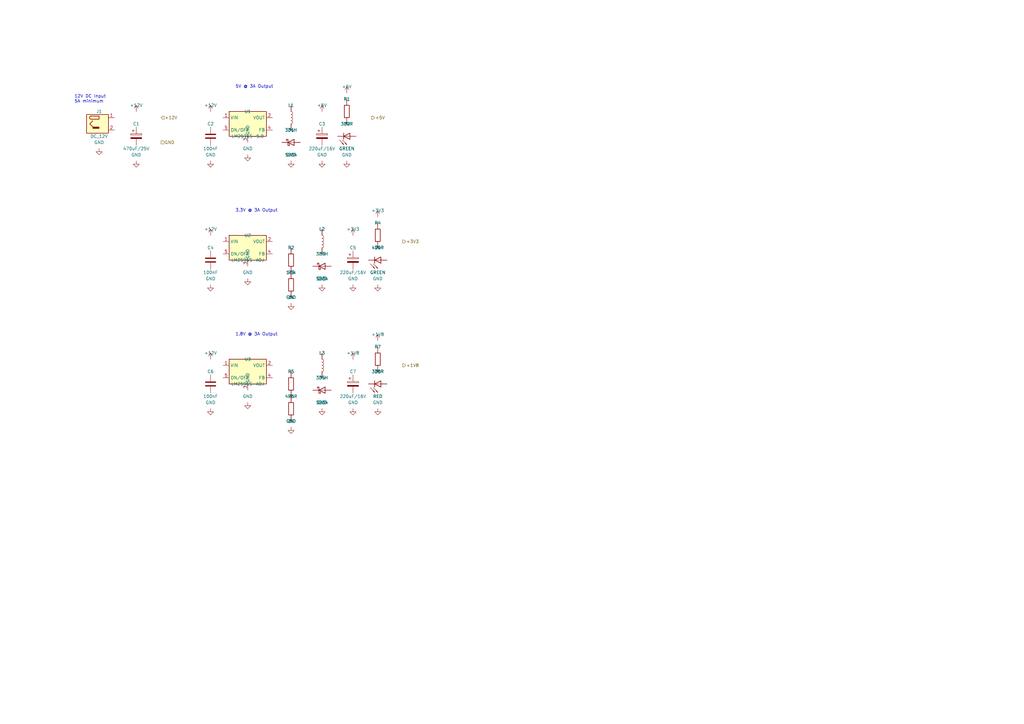
<source format=kicad_sch>
(kicad_sch (version 20250114) (generator "eeschema") (generator_version "9.0")
  (paper "A3")
  (title_block (title "Power Supply - Embedded Symbols") (date "2024-12-11") (rev "3.0") (company "fcBoard Project") (comment 1 "12V Input, 5V/3.3V/1.8V DC-DC Outputs") (comment 2 "All symbols embedded, no external library needed"))
  (lib_symbols
    (symbol "fcBoard_Power:R" (pin_numbers hide) (pin_names (offset 0))
      (property "Reference" "R" (at 2.032 0 90))
      (property "Value" "R" (at 0 0 90))
      (symbol "R_0_1"
        (rectangle (start -1.016 -2.54) (end 1.016 2.54) (stroke (width 0.254)))
      )
      (symbol "R_1_1"
        (pin passive line (at 0 5.08 270) (length 2.54) (name "~") (number "1"))
        (pin passive line (at 0 -5.08 90) (length 2.54) (name "~") (number "2"))
      )
    )
    (symbol "fcBoard_Power:C" (pin_numbers hide) (pin_names (offset 0.254))
      (property "Reference" "C" (at 0.635 2.54 0))
      (property "Value" "C" (at 0.635 -2.54 0))
      (symbol "C_0_1"
        (polyline (pts (xy -2.032 -0.762) (xy 2.032 -0.762)) (stroke (width 0.508)))
        (polyline (pts (xy -2.032 0.762) (xy 2.032 0.762)) (stroke (width 0.508)))
      )
      (symbol "C_1_1"
        (pin passive line (at 0 3.81 270) (length 2.794) (name "~") (number "1"))
        (pin passive line (at 0 -3.81 90) (length 2.794) (name "~") (number "2"))
      )
    )
    (symbol "fcBoard_Power:CP" (pin_numbers hide) (pin_names (offset 0.254))
      (property "Reference" "C" (at 0.635 2.54 0))
      (property "Value" "CP" (at 0.635 -2.54 0))
      (symbol "CP_0_1"
        (rectangle (start -2.286 0.508) (end 2.286 1.016))
        (polyline (pts (xy -1.778 2.286) (xy -0.762 2.286)))
        (polyline (pts (xy -1.27 1.778) (xy -1.27 2.794)))
        (rectangle (start 2.286 -0.508) (end -2.286 -1.016) (fill (type outline)))
      )
      (symbol "CP_1_1"
        (pin passive line (at 0 3.81 270) (length 2.794) (name "~") (number "1"))
        (pin passive line (at 0 -3.81 90) (length 2.794) (name "~") (number "2"))
      )
    )
    (symbol "fcBoard_Power:L" (pin_numbers hide) (pin_names (offset 1.016))
      (property "Reference" "L" (at -1.27 0 90))
      (property "Value" "L" (at 1.905 0 90))
      (symbol "L_0_1"
        (arc (start 0 -2.54) (mid 0.6323 -1.905) (end 0 -1.27))
        (arc (start 0 -1.27) (mid 0.6323 -0.635) (end 0 0))
        (arc (start 0 0) (mid 0.6323 0.635) (end 0 1.27))
        (arc (start 0 1.27) (mid 0.6323 1.905) (end 0 2.54))
      )
      (symbol "L_1_1"
        (pin passive line (at 0 5.08 270) (length 2.54) (name "~") (number "1"))
        (pin passive line (at 0 -5.08 90) (length 2.54) (name "~") (number "2"))
      )
    )
    (symbol "fcBoard_Power:D_Schottky" (pin_numbers hide) (pin_names (offset 1.016) hide)
      (property "Reference" "D" (at 0 2.54 0))
      (property "Value" "D_Schottky" (at 0 -2.54 0))
      (symbol "D_Schottky_0_1"
        (polyline (pts (xy 1.27 0) (xy -1.27 0)))
        (polyline (pts (xy 1.27 1.27) (xy 1.27 -1.27) (xy -1.27 0) (xy 1.27 1.27)) (stroke (width 0.254)))
        (polyline (pts (xy -1.905 0.635) (xy -1.905 1.27) (xy -1.27 1.27) (xy -1.27 -1.27) (xy -0.635 -1.27) (xy -0.635 -0.635)) (stroke (width 0.254)))
      )
      (symbol "D_Schottky_1_1"
        (pin passive line (at -3.81 0 0) (length 2.54) (name "K") (number "1"))
        (pin passive line (at 3.81 0 180) (length 2.54) (name "A") (number "2"))
      )
    )
    (symbol "fcBoard_Power:LED" (pin_numbers hide) (pin_names (offset 1.016) hide)
      (property "Reference" "D" (at 0 2.54 0))
      (property "Value" "LED" (at 0 -2.54 0))
      (symbol "LED_0_1"
        (polyline (pts (xy -1.27 -1.27) (xy -1.27 1.27)) (stroke (width 0.254)))
        (polyline (pts (xy -1.27 0) (xy 1.27 0)))
        (polyline (pts (xy 1.27 -1.27) (xy 1.27 1.27) (xy -1.27 0) (xy 1.27 -1.27)) (stroke (width 0.254)))
        (polyline (pts (xy -3.048 -1.524) (xy -1.27 -3.302)))
        (polyline (pts (xy -1.778 -1.524) (xy 0 -3.302)))
        (polyline (pts (xy -2.032 -2.794) (xy -1.27 -3.556) (xy -1.778 -2.794)))
        (polyline (pts (xy -0.762 -2.794) (xy 0 -3.556) (xy -0.508 -2.794)))
      )
      (symbol "LED_1_1"
        (pin passive line (at -3.81 0 0) (length 2.54) (name "K") (number "1"))
        (pin passive line (at 3.81 0 180) (length 2.54) (name "A") (number "2"))
      )
    )
    (symbol "fcBoard_Power:Barrel_Jack" (pin_names (offset 1.016))
      (property "Reference" "J" (at 0 5.08 0))
      (property "Value" "Barrel_Jack" (at 0 -5.08 0))
      (symbol "Barrel_Jack_0_1"
        (rectangle (start -5.08 3.81) (end 3.81 -3.81) (stroke (width 0.254)) (fill (type background)))
        (arc (start -3.302 3.175) (mid -3.9288 2.54) (end -3.302 1.905) (stroke (width 0.254)))
        (polyline (pts (xy -3.302 3.175) (xy 0 3.175)) (stroke (width 0.254)))
        (polyline (pts (xy 0 3.175) (xy 0 1.905) (xy -3.302 1.905)) (stroke (width 0.254)))
        (rectangle (start 0 -1.27) (end -2.54 -1.905) (fill (type outline)))
        (polyline (pts (xy -2.54 -1.27) (xy -3.81 0) (xy -2.54 1.27)) (stroke (width 0.254)))
      )
      (symbol "Barrel_Jack_1_1"
        (pin passive line (at 6.35 2.54 180) (length 2.54) (name "~") (number "1"))
        (pin passive line (at 6.35 -2.54 180) (length 2.54) (name "~") (number "2"))
      )
    )
    (symbol "fcBoard_Power:LM2596S-5"
      (property "Reference" "U" (at 0 8.89 0))
      (property "Value" "LM2596S-5" (at 0 6.35 0))
      (symbol "LM2596S-5_0_1"
        (rectangle (start -7.62 5.08) (end 7.62 -5.08) (stroke (width 0.254)) (fill (type background)))
      )
      (symbol "LM2596S-5_1_1"
        (pin power_in line (at -10.16 2.54 0) (length 2.54) (name "VIN") (number "1"))
        (pin power_out line (at 10.16 2.54 180) (length 2.54) (name "VOUT") (number "2"))
        (pin power_in line (at 0 -7.62 90) (length 2.54) (name "GND") (number "3"))
        (pin input line (at 10.16 -2.54 180) (length 2.54) (name "FB") (number "4"))
        (pin input line (at -10.16 -2.54 0) (length 2.54) (name "ON/OFF") (number "5"))
      )
    )
    (symbol "fcBoard_Power:LM2596S-ADJ"
      (property "Reference" "U" (at 0 8.89 0))
      (property "Value" "LM2596S-ADJ" (at 0 6.35 0))
      (symbol "LM2596S-ADJ_0_1"
        (rectangle (start -7.62 5.08) (end 7.62 -5.08) (stroke (width 0.254)) (fill (type background)))
      )
      (symbol "LM2596S-ADJ_1_1"
        (pin power_in line (at -10.16 2.54 0) (length 2.54) (name "VIN") (number "1"))
        (pin power_out line (at 10.16 2.54 180) (length 2.54) (name "VOUT") (number "2"))
        (pin power_in line (at 0 -7.62 90) (length 2.54) (name "GND") (number "3"))
        (pin input line (at 10.16 -2.54 180) (length 2.54) (name "FB") (number "4"))
        (pin input line (at -10.16 -2.54 0) (length 2.54) (name "ON/OFF") (number "5"))
      )
    )
    (symbol "fcBoard_Power:GND" (power) (pin_numbers hide) (pin_names (offset 0) hide)
      (property "Value" "GND" (at 0 -2.54 0))
      (symbol "GND_0_1"
        (polyline (pts (xy 0 0) (xy 0 -1.27) (xy 1.27 -1.27) (xy 0 -2.54) (xy -1.27 -1.27) (xy 0 -1.27)))
      )
      (symbol "GND_1_1"
        (pin power_in line (at 0 0 270) (length 0) (name "~") (number "1"))
      )
    )
    (symbol "fcBoard_Power:+12V" (power) (pin_numbers hide) (pin_names (offset 0) hide)
      (property "Value" "+12V" (at 0 3.81 0))
      (symbol "+12V_0_1"
        (polyline (pts (xy -0.762 1.27) (xy 0 2.54)))
        (polyline (pts (xy 0 0) (xy 0 2.54)))
        (polyline (pts (xy 0 2.54) (xy 0.762 1.27)))
      )
      (symbol "+12V_1_1"
        (pin power_in line (at 0 0 90) (length 0) (name "~") (number "1"))
      )
    )
    (symbol "fcBoard_Power:+5V" (power) (pin_numbers hide) (pin_names (offset 0) hide)
      (property "Value" "+5V" (at 0 3.81 0))
      (symbol "+5V_0_1"
        (polyline (pts (xy -0.762 1.27) (xy 0 2.54)))
        (polyline (pts (xy 0 0) (xy 0 2.54)))
        (polyline (pts (xy 0 2.54) (xy 0.762 1.27)))
      )
      (symbol "+5V_1_1"
        (pin power_in line (at 0 0 90) (length 0) (name "~") (number "1"))
      )
    )
    (symbol "fcBoard_Power:+3V3" (power) (pin_numbers hide) (pin_names (offset 0) hide)
      (property "Value" "+3V3" (at 0 3.81 0))
      (symbol "+3V3_0_1"
        (polyline (pts (xy -0.762 1.27) (xy 0 2.54)))
        (polyline (pts (xy 0 0) (xy 0 2.54)))
        (polyline (pts (xy 0 2.54) (xy 0.762 1.27)))
      )
      (symbol "+3V3_1_1"
        (pin power_in line (at 0 0 90) (length 0) (name "~") (number "1"))
      )
    )
    (symbol "fcBoard_Power:+1V8" (power) (pin_numbers hide) (pin_names (offset 0) hide)
      (property "Value" "+1V8" (at 0 3.81 0))
      (symbol "+1V8_0_1"
        (polyline (pts (xy -0.762 1.27) (xy 0 2.54)))
        (polyline (pts (xy 0 0) (xy 0 2.54)))
        (polyline (pts (xy 0 2.54) (xy 0.762 1.27)))
      )
      (symbol "+1V8_1_1"
        (pin power_in line (at 0 0 90) (length 0) (name "~") (number "1"))
      )
    )
  )
  (symbol (lib_id "fcBoard_Power:Barrel_Jack") (at 40.64 50.8 0) (unit 1)
    (property "Reference" "J1" (at 40.64 45.72 0))
    (property "Value" "DC_12V" (at 40.64 55.879999999999995 0))
    (property "Footprint" "Connector_BarrelJack:BarrelJack_Horizontal" (effects hide))
  )
  (symbol (lib_id "fcBoard_Power:CP") (at 55.88 55.88 0) (unit 1)
    (property "Reference" "C1" (at 55.88 50.800000000000004 0))
    (property "Value" "470uF/25V" (at 55.88 60.96 0))
    (property "Footprint" "jlc_components:CAP-SMD_BD10.0-L10.0-W10.0-LS11.2-FD" (effects hide))
    (property "LCSC Part" "C72505" (effects hide))
  )
  (symbol (lib_id "fcBoard_Power:+12V") (at 55.88 45.72 0) (unit 1) (in_bom no)
    (property "Reference" "#PWR" (effects hide))
    (property "Value" "+12V" (at 55.88 43.18 0))
  )
  (symbol (lib_id "fcBoard_Power:GND") (at 40.64 60.96 0) (unit 1) (in_bom no)
    (property "Reference" "#PWR" (effects hide))
    (property "Value" "GND" (at 40.64 58.42 0))
  )
  (symbol (lib_id "fcBoard_Power:GND") (at 55.88 66.04 0) (unit 1) (in_bom no)
    (property "Reference" "#PWR" (effects hide))
    (property "Value" "GND" (at 55.88 63.50000000000001 0))
  )
  (symbol (lib_id "fcBoard_Power:LM2596S-5") (at 101.6 50.8 0) (unit 1)
    (property "Reference" "U1" (at 101.6 45.72 0))
    (property "Value" "LM2596S-5.0" (at 101.6 55.879999999999995 0))
    (property "Footprint" "jlc_components:TO-263-5_L10.2-W8.9-P1.70-TL" (effects hide))
    (property "LCSC Part" "C347421" (effects hide))
  )
  (symbol (lib_id "fcBoard_Power:C") (at 86.36 55.88 0) (unit 1)
    (property "Reference" "C2" (at 86.36 50.800000000000004 0))
    (property "Value" "100nF" (at 86.36 60.96 0))
    (property "Footprint" "jlc_components:C0402" (effects hide))
    (property "LCSC Part" "C11702" (effects hide))
  )
  (symbol (lib_id "fcBoard_Power:L") (at 119.38 48.26 0) (unit 1)
    (property "Reference" "L1" (at 119.38 43.18 0))
    (property "Value" "33uH" (at 119.38 53.339999999999996 0))
    (property "Footprint" "jlc_components:IND-SMD_L7.3-W7.3" (effects hide))
    (property "LCSC Part" "C90748" (effects hide))
  )
  (symbol (lib_id "fcBoard_Power:D_Schottky") (at 119.38 58.42 0) (unit 1)
    (property "Reference" "D1" (at 119.38 53.34 0))
    (property "Value" "SS34" (at 119.38 63.5 0))
    (property "Footprint" "jlc_components:SMA_L4.3-W2.6-LS5.2-RD" (effects hide))
    (property "LCSC Part" "C35722" (effects hide))
  )
  (symbol (lib_id "fcBoard_Power:CP") (at 132.08 55.88 0) (unit 1)
    (property "Reference" "C3" (at 132.08 50.800000000000004 0))
    (property "Value" "220uF/16V" (at 132.08 60.96 0))
    (property "Footprint" "jlc_components:CAP-SMD_BD8.0-L8.3-W8.3-LS9.0-FD" (effects hide))
    (property "LCSC Part" "C72499" (effects hide))
  )
  (symbol (lib_id "fcBoard_Power:LED") (at 142.24 55.88 0) (unit 1)
    (property "Reference" "D2" (at 142.24 50.800000000000004 0))
    (property "Value" "GREEN" (at 142.24 60.96 0))
    (property "Footprint" "jlc_components:LED0603-RD" (effects hide))
    (property "LCSC Part" "C2286" (effects hide))
  )
  (symbol (lib_id "fcBoard_Power:R") (at 142.24 45.72 0) (unit 1)
    (property "Reference" "R1" (at 142.24 40.64 0))
    (property "Value" "330R" (at 142.24 50.8 0))
    (property "Footprint" "jlc_components:R0402" (effects hide))
    (property "LCSC Part" "C72038" (effects hide))
  )
  (symbol (lib_id "fcBoard_Power:+12V") (at 86.36 45.72 0) (unit 1) (in_bom no)
    (property "Reference" "#PWR" (effects hide))
    (property "Value" "+12V" (at 86.36 43.18 0))
  )
  (symbol (lib_id "fcBoard_Power:+5V") (at 132.08 45.72 0) (unit 1) (in_bom no)
    (property "Reference" "#PWR" (effects hide))
    (property "Value" "+5V" (at 132.08 43.18 0))
  )
  (symbol (lib_id "fcBoard_Power:+5V") (at 142.24 38.1 0) (unit 1) (in_bom no)
    (property "Reference" "#PWR" (effects hide))
    (property "Value" "+5V" (at 142.24 35.56 0))
  )
  (symbol (lib_id "fcBoard_Power:GND") (at 86.36 66.04 0) (unit 1) (in_bom no)
    (property "Reference" "#PWR" (effects hide))
    (property "Value" "GND" (at 86.36 63.50000000000001 0))
  )
  (symbol (lib_id "fcBoard_Power:GND") (at 101.6 63.5 0) (unit 1) (in_bom no)
    (property "Reference" "#PWR" (effects hide))
    (property "Value" "GND" (at 101.6 60.96 0))
  )
  (symbol (lib_id "fcBoard_Power:GND") (at 119.38 66.04 0) (unit 1) (in_bom no)
    (property "Reference" "#PWR" (effects hide))
    (property "Value" "GND" (at 119.38 63.50000000000001 0))
  )
  (symbol (lib_id "fcBoard_Power:GND") (at 132.08 66.04 0) (unit 1) (in_bom no)
    (property "Reference" "#PWR" (effects hide))
    (property "Value" "GND" (at 132.08 63.50000000000001 0))
  )
  (symbol (lib_id "fcBoard_Power:GND") (at 142.24 66.04 0) (unit 1) (in_bom no)
    (property "Reference" "#PWR" (effects hide))
    (property "Value" "GND" (at 142.24 63.50000000000001 0))
  )
  (symbol (lib_id "fcBoard_Power:LM2596S-ADJ") (at 101.6 101.6 0) (unit 1)
    (property "Reference" "U2" (at 101.6 96.52 0))
    (property "Value" "LM2596S-ADJ" (at 101.6 106.67999999999999 0))
    (property "Footprint" "jlc_components:TO-263-5_L10.2-W8.9-P1.70-TL" (effects hide))
    (property "LCSC Part" "C29781" (effects hide))
  )
  (symbol (lib_id "fcBoard_Power:C") (at 86.36 106.68 0) (unit 1)
    (property "Reference" "C4" (at 86.36 101.60000000000001 0))
    (property "Value" "100nF" (at 86.36 111.76 0))
    (property "Footprint" "jlc_components:C0402" (effects hide))
    (property "LCSC Part" "C11702" (effects hide))
  )
  (symbol (lib_id "fcBoard_Power:R") (at 119.38 106.68 0) (unit 1)
    (property "Reference" "R2" (at 119.38 101.60000000000001 0))
    (property "Value" "1.5k" (at 119.38 111.76 0))
    (property "Footprint" "jlc_components:R0402" (effects hide))
    (property "LCSC Part" "C25077" (effects hide))
  )
  (symbol (lib_id "fcBoard_Power:R") (at 119.38 116.84 0) (unit 1)
    (property "Reference" "R3" (at 119.38 111.76 0))
    (property "Value" "1k" (at 119.38 121.92 0))
    (property "Footprint" "jlc_components:R0402" (effects hide))
    (property "LCSC Part" "C25905" (effects hide))
  )
  (symbol (lib_id "fcBoard_Power:L") (at 132.08 99.06 0) (unit 1)
    (property "Reference" "L2" (at 132.08 93.98 0))
    (property "Value" "33uH" (at 132.08 104.14 0))
    (property "Footprint" "jlc_components:IND-SMD_L7.3-W7.3" (effects hide))
    (property "LCSC Part" "C90748" (effects hide))
  )
  (symbol (lib_id "fcBoard_Power:D_Schottky") (at 132.08 109.22 0) (unit 1)
    (property "Reference" "D3" (at 132.08 104.14 0))
    (property "Value" "SS34" (at 132.08 114.3 0))
    (property "Footprint" "jlc_components:SMA_L4.3-W2.6-LS5.2-RD" (effects hide))
    (property "LCSC Part" "C35722" (effects hide))
  )
  (symbol (lib_id "fcBoard_Power:CP") (at 144.78 106.68 0) (unit 1)
    (property "Reference" "C5" (at 144.78 101.60000000000001 0))
    (property "Value" "220uF/16V" (at 144.78 111.76 0))
    (property "Footprint" "jlc_components:CAP-SMD_BD8.0-L8.3-W8.3-LS9.0-FD" (effects hide))
    (property "LCSC Part" "C72499" (effects hide))
  )
  (symbol (lib_id "fcBoard_Power:LED") (at 154.94 106.68 0) (unit 1)
    (property "Reference" "D4" (at 154.94 101.60000000000001 0))
    (property "Value" "GREEN" (at 154.94 111.76 0))
    (property "Footprint" "jlc_components:LED0603-RD" (effects hide))
    (property "LCSC Part" "C2286" (effects hide))
  )
  (symbol (lib_id "fcBoard_Power:R") (at 154.94 96.52 0) (unit 1)
    (property "Reference" "R4" (at 154.94 91.44 0))
    (property "Value" "470R" (at 154.94 101.6 0))
    (property "Footprint" "jlc_components:R0402" (effects hide))
    (property "LCSC Part" "C25087" (effects hide))
  )
  (symbol (lib_id "fcBoard_Power:+12V") (at 86.36 96.52 0) (unit 1) (in_bom no)
    (property "Reference" "#PWR" (effects hide))
    (property "Value" "+12V" (at 86.36 93.97999999999999 0))
  )
  (symbol (lib_id "fcBoard_Power:+3V3") (at 144.78 96.52 0) (unit 1) (in_bom no)
    (property "Reference" "#PWR" (effects hide))
    (property "Value" "+3V3" (at 144.78 93.97999999999999 0))
  )
  (symbol (lib_id "fcBoard_Power:+3V3") (at 154.94 88.9 0) (unit 1) (in_bom no)
    (property "Reference" "#PWR" (effects hide))
    (property "Value" "+3V3" (at 154.94 86.36 0))
  )
  (symbol (lib_id "fcBoard_Power:GND") (at 86.36 116.84 0) (unit 1) (in_bom no)
    (property "Reference" "#PWR" (effects hide))
    (property "Value" "GND" (at 86.36 114.3 0))
  )
  (symbol (lib_id "fcBoard_Power:GND") (at 101.6 114.3 0) (unit 1) (in_bom no)
    (property "Reference" "#PWR" (effects hide))
    (property "Value" "GND" (at 101.6 111.75999999999999 0))
  )
  (symbol (lib_id "fcBoard_Power:GND") (at 119.38 124.46 0) (unit 1) (in_bom no)
    (property "Reference" "#PWR" (effects hide))
    (property "Value" "GND" (at 119.38 121.91999999999999 0))
  )
  (symbol (lib_id "fcBoard_Power:GND") (at 132.08 116.84 0) (unit 1) (in_bom no)
    (property "Reference" "#PWR" (effects hide))
    (property "Value" "GND" (at 132.08 114.3 0))
  )
  (symbol (lib_id "fcBoard_Power:GND") (at 144.78 116.84 0) (unit 1) (in_bom no)
    (property "Reference" "#PWR" (effects hide))
    (property "Value" "GND" (at 144.78 114.3 0))
  )
  (symbol (lib_id "fcBoard_Power:GND") (at 154.94 116.84 0) (unit 1) (in_bom no)
    (property "Reference" "#PWR" (effects hide))
    (property "Value" "GND" (at 154.94 114.3 0))
  )
  (symbol (lib_id "fcBoard_Power:LM2596S-ADJ") (at 101.6 152.4 0) (unit 1)
    (property "Reference" "U3" (at 101.6 147.32 0))
    (property "Value" "LM2596S-ADJ" (at 101.6 157.48000000000002 0))
    (property "Footprint" "jlc_components:TO-263-5_L10.2-W8.9-P1.70-TL" (effects hide))
    (property "LCSC Part" "C29781" (effects hide))
  )
  (symbol (lib_id "fcBoard_Power:C") (at 86.36 157.48 0) (unit 1)
    (property "Reference" "C6" (at 86.36 152.39999999999998 0))
    (property "Value" "100nF" (at 86.36 162.56 0))
    (property "Footprint" "jlc_components:C0402" (effects hide))
    (property "LCSC Part" "C11702" (effects hide))
  )
  (symbol (lib_id "fcBoard_Power:R") (at 119.38 157.48 0) (unit 1)
    (property "Reference" "R5" (at 119.38 152.39999999999998 0))
    (property "Value" "470R" (at 119.38 162.56 0))
    (property "Footprint" "jlc_components:R0402" (effects hide))
    (property "LCSC Part" "C25087" (effects hide))
  )
  (symbol (lib_id "fcBoard_Power:R") (at 119.38 167.64 0) (unit 1)
    (property "Reference" "R6" (at 119.38 162.55999999999997 0))
    (property "Value" "1k" (at 119.38 172.72 0))
    (property "Footprint" "jlc_components:R0402" (effects hide))
    (property "LCSC Part" "C25905" (effects hide))
  )
  (symbol (lib_id "fcBoard_Power:L") (at 132.08 149.86 0) (unit 1)
    (property "Reference" "L3" (at 132.08 144.78 0))
    (property "Value" "33uH" (at 132.08 154.94000000000003 0))
    (property "Footprint" "jlc_components:IND-SMD_L7.3-W7.3" (effects hide))
    (property "LCSC Part" "C90748" (effects hide))
  )
  (symbol (lib_id "fcBoard_Power:D_Schottky") (at 132.08 160.02 0) (unit 1)
    (property "Reference" "D5" (at 132.08 154.94 0))
    (property "Value" "SS34" (at 132.08 165.10000000000002 0))
    (property "Footprint" "jlc_components:SMA_L4.3-W2.6-LS5.2-RD" (effects hide))
    (property "LCSC Part" "C35722" (effects hide))
  )
  (symbol (lib_id "fcBoard_Power:CP") (at 144.78 157.48 0) (unit 1)
    (property "Reference" "C7" (at 144.78 152.39999999999998 0))
    (property "Value" "220uF/16V" (at 144.78 162.56 0))
    (property "Footprint" "jlc_components:CAP-SMD_BD8.0-L8.3-W8.3-LS9.0-FD" (effects hide))
    (property "LCSC Part" "C72499" (effects hide))
  )
  (symbol (lib_id "fcBoard_Power:LED") (at 154.94 157.48 0) (unit 1)
    (property "Reference" "D6" (at 154.94 152.39999999999998 0))
    (property "Value" "RED" (at 154.94 162.56 0))
    (property "Footprint" "jlc_components:LED0603-RD" (effects hide))
    (property "LCSC Part" "C2290" (effects hide))
  )
  (symbol (lib_id "fcBoard_Power:R") (at 154.94 147.32 0) (unit 1)
    (property "Reference" "R7" (at 154.94 142.23999999999998 0))
    (property "Value" "330R" (at 154.94 152.4 0))
    (property "Footprint" "jlc_components:R0402" (effects hide))
    (property "LCSC Part" "C72038" (effects hide))
  )
  (symbol (lib_id "fcBoard_Power:+12V") (at 86.36 147.32 0) (unit 1) (in_bom no)
    (property "Reference" "#PWR" (effects hide))
    (property "Value" "+12V" (at 86.36 144.78 0))
  )
  (symbol (lib_id "fcBoard_Power:+1V8") (at 144.78 147.32 0) (unit 1) (in_bom no)
    (property "Reference" "#PWR" (effects hide))
    (property "Value" "+1V8" (at 144.78 144.78 0))
  )
  (symbol (lib_id "fcBoard_Power:+1V8") (at 154.94 139.7 0) (unit 1) (in_bom no)
    (property "Reference" "#PWR" (effects hide))
    (property "Value" "+1V8" (at 154.94 137.16 0))
  )
  (symbol (lib_id "fcBoard_Power:GND") (at 86.36 167.64 0) (unit 1) (in_bom no)
    (property "Reference" "#PWR" (effects hide))
    (property "Value" "GND" (at 86.36 165.1 0))
  )
  (symbol (lib_id "fcBoard_Power:GND") (at 101.6 165.1 0) (unit 1) (in_bom no)
    (property "Reference" "#PWR" (effects hide))
    (property "Value" "GND" (at 101.6 162.56 0))
  )
  (symbol (lib_id "fcBoard_Power:GND") (at 119.38 175.26 0) (unit 1) (in_bom no)
    (property "Reference" "#PWR" (effects hide))
    (property "Value" "GND" (at 119.38 172.72 0))
  )
  (symbol (lib_id "fcBoard_Power:GND") (at 132.08 167.64 0) (unit 1) (in_bom no)
    (property "Reference" "#PWR" (effects hide))
    (property "Value" "GND" (at 132.08 165.1 0))
  )
  (symbol (lib_id "fcBoard_Power:GND") (at 144.78 167.64 0) (unit 1) (in_bom no)
    (property "Reference" "#PWR" (effects hide))
    (property "Value" "GND" (at 144.78 165.1 0))
  )
  (symbol (lib_id "fcBoard_Power:GND") (at 154.94 167.64 0) (unit 1) (in_bom no)
    (property "Reference" "#PWR" (effects hide))
    (property "Value" "GND" (at 154.94 165.1 0))
  )
  (hierarchical_label "+5V" (shape output) (at 152.4 48.26 0))
  (hierarchical_label "+3V3" (shape output) (at 165.1 99.06 0))
  (hierarchical_label "+1V8" (shape output) (at 165.1 149.86 0))
  (hierarchical_label "+12V" (shape input) (at 66.04 48.26 0))
  (hierarchical_label "GND" (shape passive) (at 66.04 58.42 0))
  (text "12V DC Input\n5A minimum" (at 30.48 40.64 0) (effects (font (size 1.27 1.27)) (justify left)))
  (text "5V @ 3A Output" (at 96.52 35.56 0) (effects (font (size 1.27 1.27)) (justify left)))
  (text "3.3V @ 3A Output" (at 96.52 86.36 0) (effects (font (size 1.27 1.27)) (justify left)))
  (text "1.8V @ 3A Output" (at 96.52 137.16 0) (effects (font (size 1.27 1.27)) (justify left)))
)
</source>
